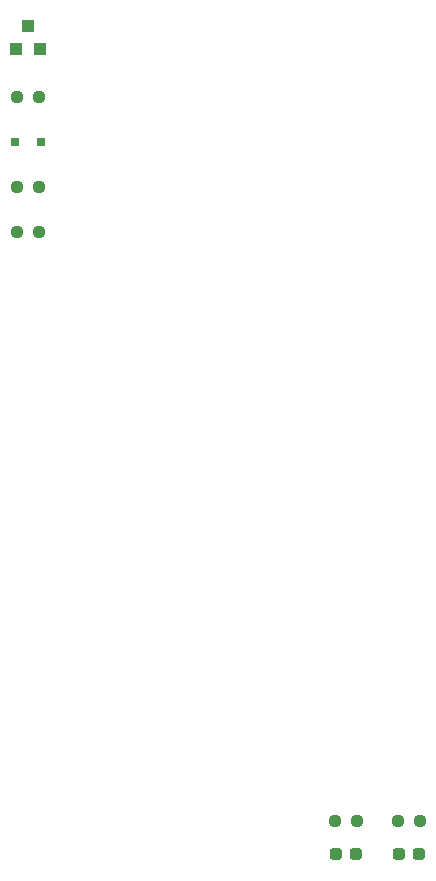
<source format=gtp>
G04 #@! TF.GenerationSoftware,KiCad,Pcbnew,(5.99.0-13294-g19fc8c6d98)*
G04 #@! TF.CreationDate,2021-12-07T19:06:38+01:00*
G04 #@! TF.ProjectId,easycomm,65617379-636f-46d6-9d2e-6b696361645f,rev?*
G04 #@! TF.SameCoordinates,Original*
G04 #@! TF.FileFunction,Paste,Top*
G04 #@! TF.FilePolarity,Positive*
%FSLAX46Y46*%
G04 Gerber Fmt 4.6, Leading zero omitted, Abs format (unit mm)*
G04 Created by KiCad (PCBNEW (5.99.0-13294-g19fc8c6d98)) date 2021-12-07 19:06:38*
%MOMM*%
%LPD*%
G01*
G04 APERTURE LIST*
G04 Aperture macros list*
%AMRoundRect*
0 Rectangle with rounded corners*
0 $1 Rounding radius*
0 $2 $3 $4 $5 $6 $7 $8 $9 X,Y pos of 4 corners*
0 Add a 4 corners polygon primitive as box body*
4,1,4,$2,$3,$4,$5,$6,$7,$8,$9,$2,$3,0*
0 Add four circle primitives for the rounded corners*
1,1,$1+$1,$2,$3*
1,1,$1+$1,$4,$5*
1,1,$1+$1,$6,$7*
1,1,$1+$1,$8,$9*
0 Add four rect primitives between the rounded corners*
20,1,$1+$1,$2,$3,$4,$5,0*
20,1,$1+$1,$4,$5,$6,$7,0*
20,1,$1+$1,$6,$7,$8,$9,0*
20,1,$1+$1,$8,$9,$2,$3,0*%
G04 Aperture macros list end*
%ADD10RoundRect,0.237500X-0.250000X-0.237500X0.250000X-0.237500X0.250000X0.237500X-0.250000X0.237500X0*%
%ADD11RoundRect,0.237500X0.250000X0.237500X-0.250000X0.237500X-0.250000X-0.237500X0.250000X-0.237500X0*%
%ADD12RoundRect,0.237500X0.287500X0.237500X-0.287500X0.237500X-0.287500X-0.237500X0.287500X-0.237500X0*%
%ADD13R,1.000000X1.000000*%
%ADD14R,0.700000X0.700000*%
G04 APERTURE END LIST*
D10*
G04 #@! TO.C,R3*
X108675000Y-57870000D03*
X110500000Y-57870000D03*
G04 #@! TD*
D11*
G04 #@! TO.C,R4*
X137417500Y-119200000D03*
X135592500Y-119200000D03*
G04 #@! TD*
D12*
G04 #@! TO.C,STATE2*
X142705000Y-122000000D03*
X140955000Y-122000000D03*
G04 #@! TD*
D10*
G04 #@! TO.C,R1*
X108675000Y-69300000D03*
X110500000Y-69300000D03*
G04 #@! TD*
D12*
G04 #@! TO.C,STATE1*
X137380000Y-122000000D03*
X135630000Y-122000000D03*
G04 #@! TD*
D13*
G04 #@! TO.C,Q1*
X108587500Y-53790000D03*
X110587500Y-53790000D03*
X109587500Y-51890000D03*
G04 #@! TD*
D14*
G04 #@! TO.C,D1*
X110637500Y-61680000D03*
X108437500Y-61680000D03*
G04 #@! TD*
D11*
G04 #@! TO.C,R2*
X110500000Y-65490000D03*
X108675000Y-65490000D03*
G04 #@! TD*
D10*
G04 #@! TO.C,R5*
X140917500Y-119200000D03*
X142742500Y-119200000D03*
G04 #@! TD*
M02*

</source>
